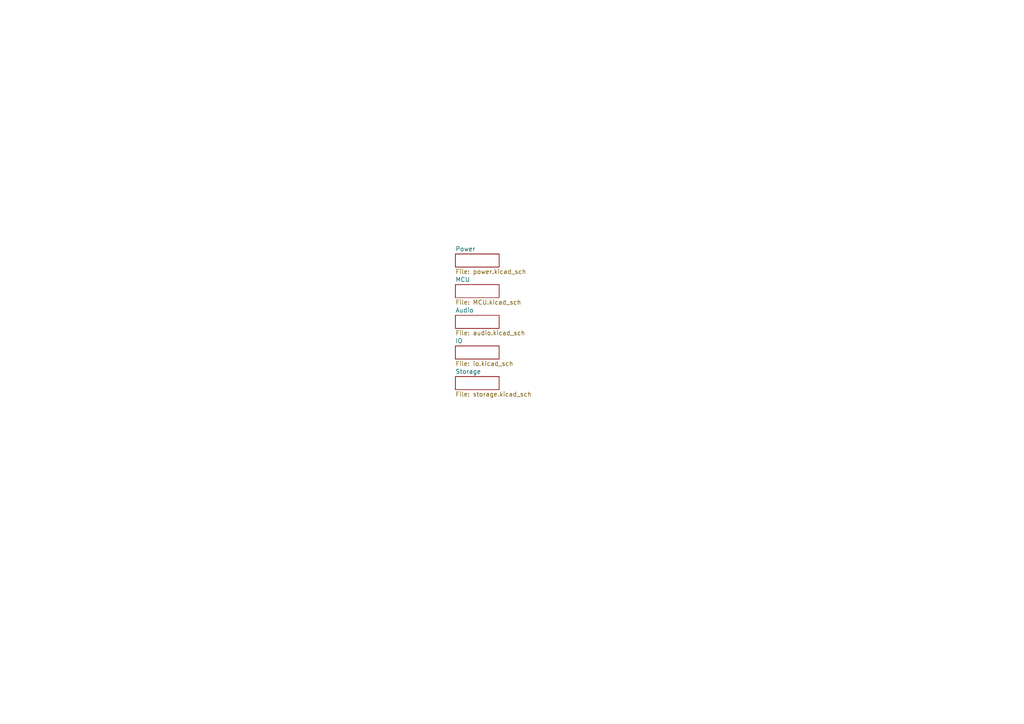
<source format=kicad_sch>
(kicad_sch
	(version 20231120)
	(generator "eeschema")
	(generator_version "8.0")
	(uuid "bf8ac4c6-d1c7-49a9-8a5e-5cf20f43f3d7")
	(paper "A4")
	(lib_symbols)
	(sheet
		(at 132.08 109.22)
		(size 12.7 3.81)
		(fields_autoplaced yes)
		(stroke
			(width 0.1524)
			(type solid)
		)
		(fill
			(color 0 0 0 0.0000)
		)
		(uuid "1afa46ca-47bb-4eb9-85dd-2fdef899fcb9")
		(property "Sheetname" "Storage"
			(at 132.08 108.5084 0)
			(effects
				(font
					(size 1.27 1.27)
				)
				(justify left bottom)
			)
		)
		(property "Sheetfile" "storage.kicad_sch"
			(at 132.08 113.6146 0)
			(effects
				(font
					(size 1.27 1.27)
				)
				(justify left top)
			)
		)
		(instances
			(project "owo"
				(path "/bf8ac4c6-d1c7-49a9-8a5e-5cf20f43f3d7"
					(page "6")
				)
			)
		)
	)
	(sheet
		(at 132.08 82.55)
		(size 12.7 3.81)
		(fields_autoplaced yes)
		(stroke
			(width 0.1524)
			(type solid)
		)
		(fill
			(color 0 0 0 0.0000)
		)
		(uuid "20731adb-e181-4a91-9d89-42259cd7fe7f")
		(property "Sheetname" "MCU"
			(at 132.08 81.8384 0)
			(effects
				(font
					(size 1.27 1.27)
				)
				(justify left bottom)
			)
		)
		(property "Sheetfile" "MCU.kicad_sch"
			(at 132.08 86.9446 0)
			(effects
				(font
					(size 1.27 1.27)
				)
				(justify left top)
			)
		)
		(instances
			(project "owo"
				(path "/bf8ac4c6-d1c7-49a9-8a5e-5cf20f43f3d7"
					(page "3")
				)
			)
		)
	)
	(sheet
		(at 132.08 73.66)
		(size 12.7 3.81)
		(fields_autoplaced yes)
		(stroke
			(width 0.1524)
			(type solid)
		)
		(fill
			(color 0 0 0 0.0000)
		)
		(uuid "6b0b92cb-7d95-445a-aef9-e7e37f35535b")
		(property "Sheetname" "Power"
			(at 132.08 72.9484 0)
			(effects
				(font
					(size 1.27 1.27)
				)
				(justify left bottom)
			)
		)
		(property "Sheetfile" "power.kicad_sch"
			(at 132.08 78.0546 0)
			(effects
				(font
					(size 1.27 1.27)
				)
				(justify left top)
			)
		)
		(instances
			(project "owo"
				(path "/bf8ac4c6-d1c7-49a9-8a5e-5cf20f43f3d7"
					(page "2")
				)
			)
		)
	)
	(sheet
		(at 132.08 100.33)
		(size 12.7 3.81)
		(fields_autoplaced yes)
		(stroke
			(width 0.1524)
			(type solid)
		)
		(fill
			(color 0 0 0 0.0000)
		)
		(uuid "79fe5d84-3ced-445c-b35a-09a624a7449a")
		(property "Sheetname" "IO"
			(at 132.08 99.6184 0)
			(effects
				(font
					(size 1.27 1.27)
				)
				(justify left bottom)
			)
		)
		(property "Sheetfile" "io.kicad_sch"
			(at 132.08 104.7246 0)
			(effects
				(font
					(size 1.27 1.27)
				)
				(justify left top)
			)
		)
		(instances
			(project "owo"
				(path "/bf8ac4c6-d1c7-49a9-8a5e-5cf20f43f3d7"
					(page "5")
				)
			)
		)
	)
	(sheet
		(at 132.08 91.44)
		(size 12.7 3.81)
		(fields_autoplaced yes)
		(stroke
			(width 0.1524)
			(type solid)
		)
		(fill
			(color 0 0 0 0.0000)
		)
		(uuid "9b7c4d78-b6e4-444f-b126-d0a943b11551")
		(property "Sheetname" "Audio"
			(at 132.08 90.7284 0)
			(effects
				(font
					(size 1.27 1.27)
				)
				(justify left bottom)
			)
		)
		(property "Sheetfile" "audio.kicad_sch"
			(at 132.08 95.8346 0)
			(effects
				(font
					(size 1.27 1.27)
				)
				(justify left top)
			)
		)
		(instances
			(project "owo"
				(path "/bf8ac4c6-d1c7-49a9-8a5e-5cf20f43f3d7"
					(page "4")
				)
			)
		)
	)
	(sheet_instances
		(path "/"
			(page "1")
		)
	)
)

</source>
